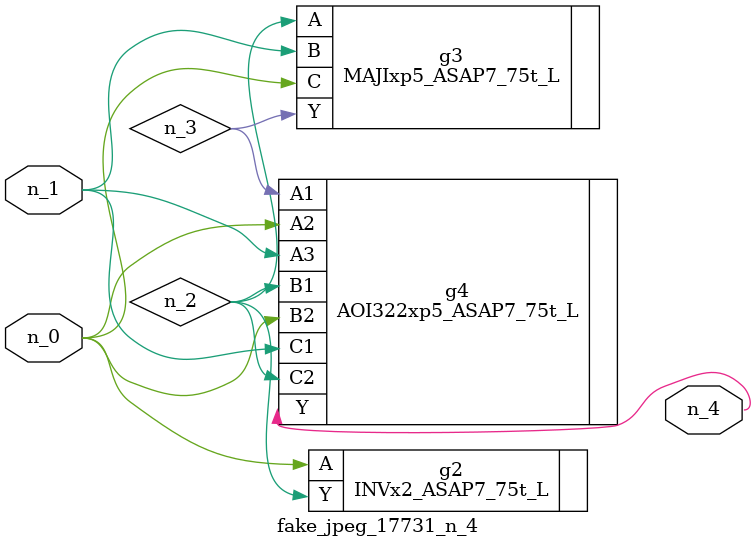
<source format=v>
module fake_jpeg_17731_n_4 (n_0, n_1, n_4);

input n_0;
input n_1;

output n_4;

wire n_2;
wire n_3;

INVx2_ASAP7_75t_L g2 ( 
.A(n_0),
.Y(n_2)
);

MAJIxp5_ASAP7_75t_L g3 ( 
.A(n_2),
.B(n_1),
.C(n_0),
.Y(n_3)
);

AOI322xp5_ASAP7_75t_L g4 ( 
.A1(n_3),
.A2(n_0),
.A3(n_1),
.B1(n_2),
.B2(n_0),
.C1(n_1),
.C2(n_2),
.Y(n_4)
);


endmodule
</source>
